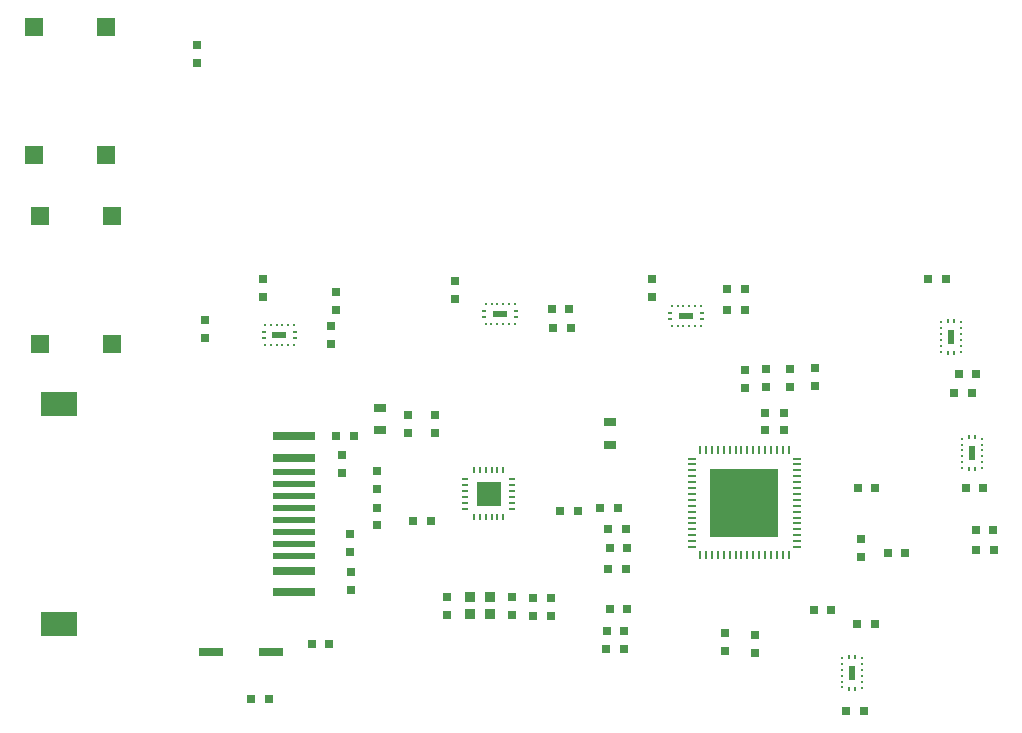
<source format=gtp>
G04 (created by PCBNEW (2013-08-24 BZR 4298)-stable) date Sat 23 Aug 2014 12:07:27 PM PDT*
%MOIN*%
G04 Gerber Fmt 3.4, Leading zero omitted, Abs format*
%FSLAX34Y34*%
G01*
G70*
G90*
G04 APERTURE LIST*
%ADD10C,0.005906*%
%ADD11R,0.007874X0.026772*%
%ADD12R,0.026772X0.007874*%
%ADD13R,0.225197X0.225197*%
%ADD14R,0.062960X0.062960*%
%ADD15R,0.028320X0.031520*%
%ADD16R,0.031520X0.028320*%
%ADD17R,0.078720X0.078720*%
%ADD18O,0.007840X0.025200*%
%ADD19O,0.025200X0.007840*%
%ADD20R,0.031496X0.025197*%
%ADD21R,0.044000X0.028000*%
%ADD22R,0.080000X0.031200*%
%ADD23R,0.005906X0.007087*%
%ADD24R,0.005880X0.007087*%
%ADD25R,0.005880X0.007096*%
%ADD26R,0.047244X0.021260*%
%ADD27R,0.016560X0.005880*%
%ADD28R,0.007087X0.005906*%
%ADD29R,0.007087X0.005880*%
%ADD30R,0.007096X0.005880*%
%ADD31R,0.021260X0.047244*%
%ADD32R,0.005880X0.016560*%
%ADD33R,0.144882X0.025512*%
%ADD34R,0.144882X0.019213*%
%ADD35R,0.122835X0.078740*%
%ADD36R,0.037795X0.034646*%
G04 APERTURE END LIST*
G54D10*
G54D11*
X59807Y-37259D03*
X60003Y-37259D03*
X58625Y-37259D03*
X58822Y-37259D03*
X59216Y-37259D03*
X59019Y-37259D03*
X59610Y-37259D03*
X59413Y-37259D03*
X57838Y-37259D03*
X58035Y-37259D03*
X58429Y-37259D03*
X58232Y-37259D03*
X57444Y-37259D03*
X57641Y-37259D03*
X57248Y-37259D03*
X57051Y-37259D03*
G54D12*
X56775Y-36984D03*
X56775Y-36787D03*
X56775Y-36393D03*
X56775Y-36590D03*
X56775Y-35803D03*
X56775Y-35606D03*
X56775Y-36000D03*
X56775Y-36196D03*
X56775Y-34622D03*
X56775Y-34425D03*
X56775Y-35015D03*
X56775Y-34818D03*
X56775Y-35212D03*
X56775Y-35409D03*
X56775Y-34031D03*
X56775Y-34228D03*
G54D11*
X57051Y-33755D03*
X57248Y-33755D03*
X57641Y-33755D03*
X57444Y-33755D03*
X58232Y-33755D03*
X58429Y-33755D03*
X58035Y-33755D03*
X57838Y-33755D03*
X59413Y-33755D03*
X59610Y-33755D03*
X59019Y-33755D03*
X59216Y-33755D03*
X58822Y-33755D03*
X58625Y-33755D03*
X60003Y-33755D03*
X59807Y-33755D03*
G54D12*
X60279Y-34228D03*
X60279Y-34031D03*
X60279Y-35409D03*
X60279Y-35212D03*
X60279Y-34818D03*
X60279Y-35007D03*
X60279Y-34425D03*
X60279Y-34622D03*
X60279Y-36196D03*
X60279Y-36000D03*
X60279Y-35606D03*
X60279Y-35803D03*
X60279Y-36590D03*
X60279Y-36393D03*
X60279Y-36787D03*
X60279Y-36984D03*
G54D13*
X58527Y-35507D03*
G54D14*
X35039Y-25940D03*
X37441Y-25940D03*
X35039Y-30202D03*
X37441Y-30202D03*
G54D15*
X52973Y-35787D03*
X52381Y-35787D03*
G54D16*
X47322Y-32578D03*
X47322Y-33170D03*
X51496Y-39272D03*
X51496Y-38680D03*
G54D17*
X50003Y-35208D03*
G54D18*
X49511Y-35995D03*
X49708Y-35995D03*
X49905Y-35995D03*
X50101Y-35995D03*
X50298Y-35995D03*
X50495Y-35995D03*
G54D19*
X50790Y-35700D03*
X50790Y-35503D03*
X50790Y-35306D03*
X50790Y-35110D03*
X50790Y-34913D03*
X50790Y-34716D03*
G54D18*
X50495Y-34421D03*
X50298Y-34421D03*
X50101Y-34421D03*
X49905Y-34421D03*
X49708Y-34421D03*
X49511Y-34421D03*
G54D19*
X49216Y-34716D03*
X49216Y-34913D03*
X49216Y-35110D03*
X49216Y-35306D03*
X49216Y-35503D03*
X49216Y-35700D03*
G54D15*
X47491Y-36114D03*
X48083Y-36114D03*
G54D16*
X52086Y-39272D03*
X52086Y-38680D03*
X50787Y-39233D03*
X50787Y-38641D03*
X48622Y-39233D03*
X48622Y-38641D03*
X48228Y-32578D03*
X48228Y-33170D03*
X62401Y-36711D03*
X62401Y-37303D03*
G54D15*
X53719Y-35669D03*
X54311Y-35669D03*
X62894Y-35000D03*
X62302Y-35000D03*
G54D16*
X59842Y-32499D03*
X59842Y-33091D03*
X58533Y-31081D03*
X58533Y-31673D03*
X60866Y-31614D03*
X60866Y-31022D03*
X59212Y-32499D03*
X59212Y-33091D03*
G54D15*
X54626Y-39035D03*
X54034Y-39035D03*
X54528Y-39763D03*
X53936Y-39763D03*
X54508Y-40393D03*
X53916Y-40393D03*
X54587Y-36377D03*
X53995Y-36377D03*
X54626Y-37007D03*
X54034Y-37007D03*
X54587Y-37716D03*
X53995Y-37716D03*
G54D16*
X46283Y-35051D03*
X46283Y-34459D03*
X46291Y-35664D03*
X46291Y-36256D03*
X45385Y-37134D03*
X45385Y-36542D03*
X45405Y-37822D03*
X45405Y-38414D03*
G54D15*
X44693Y-40208D03*
X44101Y-40208D03*
G54D16*
X57874Y-39861D03*
X57874Y-40453D03*
G54D15*
X45516Y-33295D03*
X44924Y-33295D03*
G54D16*
X45106Y-34512D03*
X45106Y-33920D03*
X58877Y-39920D03*
X58877Y-40512D03*
X40551Y-30020D03*
X40551Y-29428D03*
G54D20*
X59251Y-31633D03*
X60039Y-31633D03*
X59251Y-31043D03*
X60039Y-31043D03*
G54D15*
X42677Y-42047D03*
X42085Y-42047D03*
G54D21*
X54055Y-33563D03*
X54055Y-32813D03*
G54D15*
X63306Y-37185D03*
X63898Y-37185D03*
X52697Y-29055D03*
X52105Y-29055D03*
X60833Y-39090D03*
X61425Y-39090D03*
X62274Y-39531D03*
X62866Y-39531D03*
X66851Y-37086D03*
X66259Y-37086D03*
X66831Y-36397D03*
X66239Y-36397D03*
X66103Y-31850D03*
X65511Y-31850D03*
X65256Y-28051D03*
X64664Y-28051D03*
X58544Y-29074D03*
X57952Y-29074D03*
X58544Y-28385D03*
X57952Y-28385D03*
X52736Y-29685D03*
X52144Y-29685D03*
X61924Y-42440D03*
X62516Y-42440D03*
X65904Y-35029D03*
X66496Y-35029D03*
X65668Y-31200D03*
X66260Y-31200D03*
G54D16*
X55433Y-28642D03*
X55433Y-28050D03*
X44921Y-28483D03*
X44921Y-29075D03*
X42480Y-28050D03*
X42480Y-28642D03*
X48897Y-28721D03*
X48897Y-28129D03*
X44744Y-30217D03*
X44744Y-29625D03*
X40275Y-20847D03*
X40275Y-20255D03*
G54D14*
X34842Y-19641D03*
X37244Y-19641D03*
X34842Y-23903D03*
X37244Y-23903D03*
G54D22*
X40732Y-40472D03*
X42732Y-40472D03*
G54D21*
X46377Y-32341D03*
X46377Y-33091D03*
G54D23*
X42539Y-30255D03*
G54D24*
X43326Y-30255D03*
X42736Y-30255D03*
X43130Y-30255D03*
X42932Y-30255D03*
X43523Y-30255D03*
X43525Y-29586D03*
X42935Y-29586D03*
X43131Y-29586D03*
X42738Y-29586D03*
X43328Y-29586D03*
G54D25*
X42541Y-29586D03*
G54D26*
X43031Y-29921D03*
G54D27*
X43562Y-30019D03*
X43562Y-29823D03*
X42500Y-30019D03*
X42500Y-29823D03*
G54D23*
X56102Y-29625D03*
G54D24*
X56889Y-29625D03*
X56299Y-29625D03*
X56693Y-29625D03*
X56495Y-29625D03*
X57086Y-29625D03*
X57088Y-28956D03*
X56498Y-28956D03*
X56694Y-28956D03*
X56301Y-28956D03*
X56891Y-28956D03*
G54D25*
X56104Y-28956D03*
G54D26*
X56594Y-29291D03*
G54D27*
X57125Y-29389D03*
X57125Y-29193D03*
X56063Y-29389D03*
X56063Y-29193D03*
G54D28*
X65767Y-33366D03*
G54D29*
X65767Y-34153D03*
X65767Y-33563D03*
X65767Y-33957D03*
X65767Y-33759D03*
X65767Y-34350D03*
X66437Y-34352D03*
X66437Y-33762D03*
X66437Y-33958D03*
X66437Y-33565D03*
X66437Y-34155D03*
G54D30*
X66437Y-33368D03*
G54D31*
X66102Y-33858D03*
G54D32*
X66004Y-34389D03*
X66200Y-34389D03*
X66004Y-33327D03*
X66200Y-33327D03*
G54D28*
X65078Y-29488D03*
G54D29*
X65078Y-30275D03*
X65078Y-29685D03*
X65078Y-30079D03*
X65078Y-29881D03*
X65078Y-30472D03*
X65748Y-30474D03*
X65748Y-29884D03*
X65748Y-30080D03*
X65748Y-29687D03*
X65748Y-30277D03*
G54D30*
X65748Y-29490D03*
G54D31*
X65413Y-29980D03*
G54D32*
X65315Y-30511D03*
X65511Y-30511D03*
X65315Y-29449D03*
X65511Y-29449D03*
G54D28*
X61795Y-40677D03*
G54D29*
X61795Y-41464D03*
X61795Y-40874D03*
X61795Y-41268D03*
X61795Y-41070D03*
X61795Y-41661D03*
X62464Y-41663D03*
X62464Y-41073D03*
X62464Y-41269D03*
X62464Y-40876D03*
X62464Y-41466D03*
G54D30*
X62464Y-40679D03*
G54D31*
X62129Y-41169D03*
G54D32*
X62031Y-41700D03*
X62227Y-41700D03*
X62031Y-40638D03*
X62227Y-40638D03*
G54D23*
X49901Y-29547D03*
G54D24*
X50688Y-29547D03*
X50098Y-29547D03*
X50492Y-29547D03*
X50294Y-29547D03*
X50885Y-29547D03*
X50887Y-28877D03*
X50297Y-28877D03*
X50493Y-28877D03*
X50100Y-28877D03*
X50690Y-28877D03*
G54D25*
X49903Y-28877D03*
G54D26*
X50393Y-29212D03*
G54D27*
X50924Y-29310D03*
X50924Y-29114D03*
X49862Y-29310D03*
X49862Y-29114D03*
G54D33*
X43523Y-33291D03*
X43523Y-34015D03*
G54D34*
X43523Y-34488D03*
X43523Y-34889D03*
X43523Y-35692D03*
X43523Y-37291D03*
X43523Y-36488D03*
G54D33*
X43523Y-38488D03*
X43523Y-37763D03*
G54D34*
X43523Y-36090D03*
X43523Y-36889D03*
X43523Y-35291D03*
G54D35*
X35681Y-32228D03*
X35681Y-39551D03*
G54D36*
X50059Y-38661D03*
X49389Y-38661D03*
X50059Y-39212D03*
X49389Y-39212D03*
M02*

</source>
